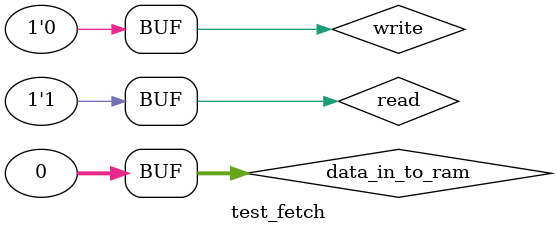
<source format=v>
`include "modules/fetch.v"
`include "signals/fetch_signals.v"
`include "modules/ram.v"

module test_fetch;
   
   wire start;
   wire [63:0] address;
   wire [95:0] address_descriptor;
   wire [31:0] ram_data;
   wire [63:0] address_to_fetch;
   wire        CLK;
   wire        address_fetch_done;
   

   wire [31:0] data_in_to_ram;

   reg        read=1;
   wire        write;

   //reg 	       start_internal;
   
   
   assign write=0;
   assign data_in_to_ram=0;
   
   
   fetch fetch(.start(start),
	     .address(address),
	     .address_descriptor(address_descriptor),
	     .ram_data(ram_data),
	     .address_to_fetch(address_to_fetch),
	     .CLK(CLK),
	     .address_fetch_done(address_fetch_done));
   
   fetch_signal fetch_signal(.CLK(CLK),
			     .start(start),
			     .address(address));

   ram ram(.address(address_to_fetch),
	   .data_in(data_in_to_ram),
	   .write(write),
	   .read(read),
	   .CLK(CLK),
	   .data_out(ram_data));
   

   // always @(*) begin
   //    if (address_fetch_done==1) begin
   // 	 start_internal=0;
   //    end
   //    else begin
   // 	 start_internal=start;
   //    end
   // end
   
   
endmodule // test


</source>
